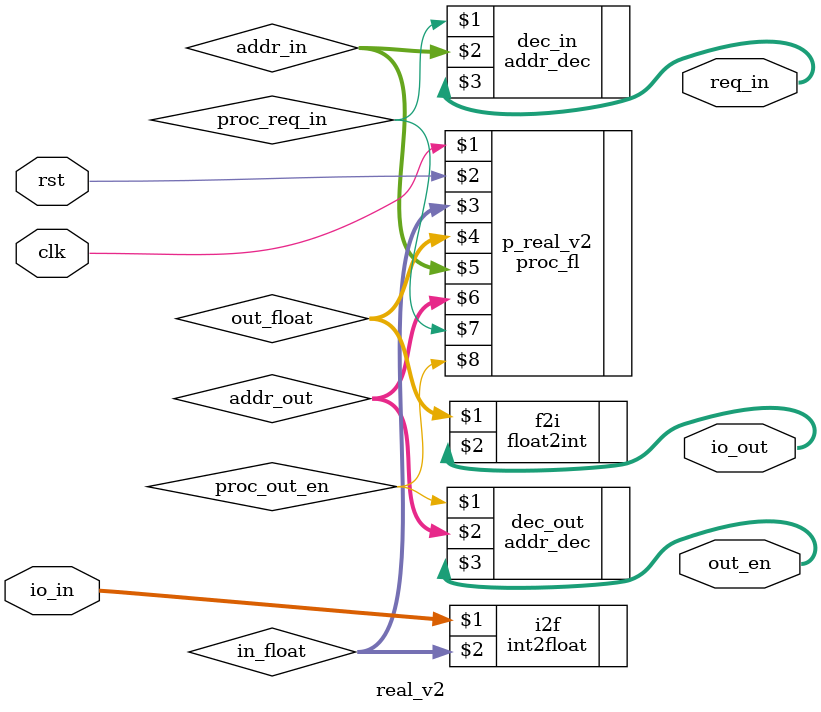
<source format=v>
module real_v2 (
input clk, rst,
input [15:0] io_in,
output [32:0] io_out,
output [3:0] req_in,
output [3:0] out_en);

wire signed [32:0] in_float;
wire signed [32:0] out_float;

int2float #(.MAN(16),.EXP(16)) i2f (io_in, in_float);

wire proc_req_in, proc_out_en;
wire [1:0] addr_in;
wire [1:0] addr_out;

proc_fl #(.NBMANT(16),
.NBEXPO(16),
.MDATAS(218),
.MINSTS(4301),
.SDEPTH(16),
.NUIOIN(4),
.NUIOOU(4),
.DFILE("C:/Users/melis/OneDrive/- TCC/Processadores/real_v2/real_v2/Hardware/real_v2_H/real_v2_data.mif"),
.IFILE("C:/Users/melis/OneDrive/- TCC/Processadores/real_v2/real_v2/Hardware/real_v2_H/real_v2_inst.mif")
) p_real_v2 (clk, rst, in_float, out_float, addr_in, addr_out, proc_req_in, proc_out_en);

float2int #(.EXP(16),.MAN(16)) f2i (out_float, io_out);

addr_dec #(4) dec_in (proc_req_in, addr_in , req_in);
addr_dec #(4) dec_out(proc_out_en, addr_out, out_en);

endmodule

</source>
